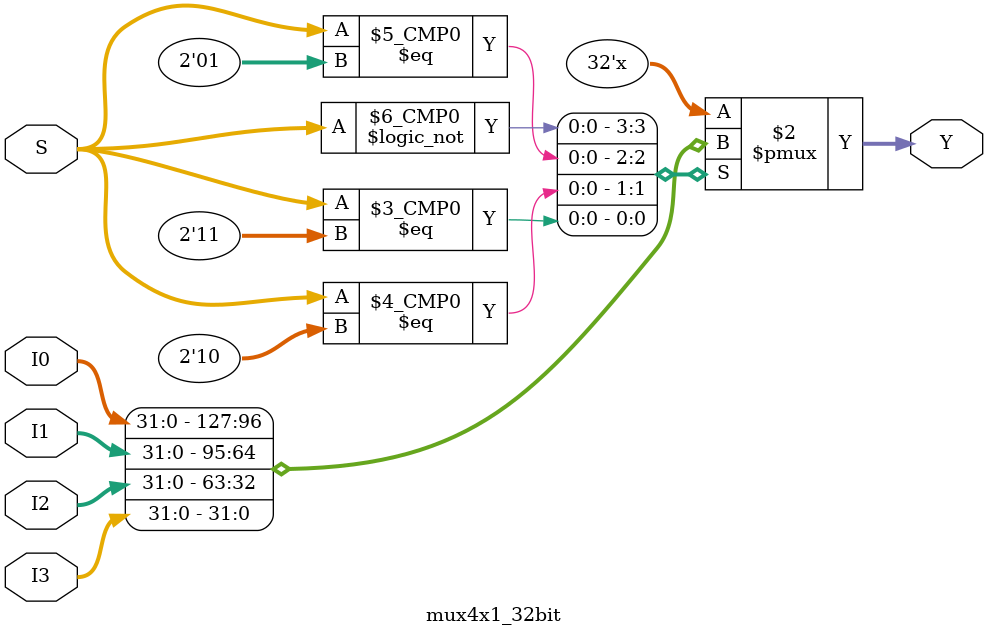
<source format=v>
module mux4x1_32bit (output reg[31:0] Y, input[1:0]S, input[31:0] I0,I1,I2,I3);
	always @(S,I0,I1,I2,I3) begin
		case(S)
			2'b00: Y=I0;
			2'b01: Y=I1;
			2'b10: Y=I2;
			2'b11: Y=I3;
		endcase
	end
endmodule
</source>
